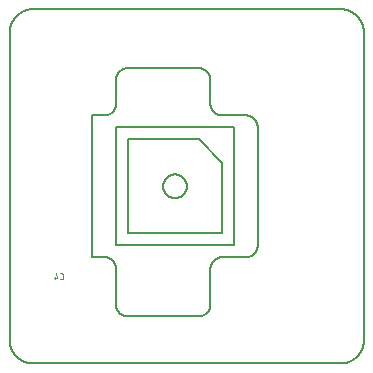
<source format=gbr>
G04 EAGLE Gerber RS-274X export*
G75*
%MOMM*%
%FSLAX34Y34*%
%LPD*%
%INSilkscreen Bottom*%
%IPPOS*%
%AMOC8*
5,1,8,0,0,1.08239X$1,22.5*%
G01*
%ADD10C,0.050800*%
%ADD11C,0.127000*%


D10*
X68633Y149008D02*
X69875Y149008D01*
X69945Y149010D01*
X70014Y149016D01*
X70083Y149026D01*
X70151Y149039D01*
X70219Y149057D01*
X70285Y149078D01*
X70350Y149103D01*
X70414Y149131D01*
X70476Y149163D01*
X70536Y149198D01*
X70594Y149237D01*
X70649Y149279D01*
X70703Y149324D01*
X70753Y149372D01*
X70801Y149422D01*
X70846Y149476D01*
X70888Y149531D01*
X70927Y149589D01*
X70962Y149649D01*
X70994Y149711D01*
X71022Y149775D01*
X71047Y149840D01*
X71068Y149906D01*
X71086Y149974D01*
X71099Y150042D01*
X71109Y150111D01*
X71115Y150180D01*
X71117Y150250D01*
X71117Y153354D01*
X71115Y153424D01*
X71109Y153493D01*
X71099Y153562D01*
X71086Y153630D01*
X71068Y153698D01*
X71047Y153764D01*
X71022Y153829D01*
X70994Y153893D01*
X70962Y153955D01*
X70927Y154015D01*
X70888Y154073D01*
X70846Y154128D01*
X70801Y154182D01*
X70753Y154232D01*
X70703Y154280D01*
X70649Y154325D01*
X70594Y154367D01*
X70536Y154406D01*
X70476Y154441D01*
X70414Y154473D01*
X70350Y154501D01*
X70285Y154526D01*
X70219Y154547D01*
X70151Y154565D01*
X70083Y154578D01*
X70014Y154588D01*
X69945Y154594D01*
X69875Y154596D01*
X68633Y154596D01*
X65287Y154596D02*
X66528Y150250D01*
X63424Y150250D01*
X64355Y151492D02*
X64355Y149008D01*
D11*
X46200Y78000D02*
X306200Y78000D01*
X326200Y98000D02*
X326200Y358000D01*
X306200Y378000D02*
X46200Y378000D01*
X26200Y358000D02*
X26200Y98000D01*
X26206Y97517D01*
X26223Y97034D01*
X26253Y96551D01*
X26293Y96070D01*
X26346Y95589D01*
X26410Y95110D01*
X26485Y94633D01*
X26573Y94157D01*
X26671Y93684D01*
X26781Y93214D01*
X26902Y92746D01*
X27035Y92281D01*
X27179Y91820D01*
X27334Y91362D01*
X27500Y90908D01*
X27677Y90458D01*
X27864Y90013D01*
X28063Y89572D01*
X28271Y89136D01*
X28491Y88706D01*
X28721Y88280D01*
X28961Y87861D01*
X29211Y87447D01*
X29471Y87040D01*
X29740Y86639D01*
X30020Y86244D01*
X30308Y85857D01*
X30607Y85476D01*
X30914Y85103D01*
X31230Y84738D01*
X31555Y84380D01*
X31888Y84030D01*
X32230Y83688D01*
X32580Y83355D01*
X32938Y83030D01*
X33303Y82714D01*
X33676Y82407D01*
X34057Y82108D01*
X34444Y81820D01*
X34839Y81540D01*
X35240Y81271D01*
X35647Y81011D01*
X36061Y80761D01*
X36480Y80521D01*
X36906Y80291D01*
X37336Y80071D01*
X37772Y79863D01*
X38213Y79664D01*
X38658Y79477D01*
X39108Y79300D01*
X39562Y79134D01*
X40020Y78979D01*
X40481Y78835D01*
X40946Y78702D01*
X41414Y78581D01*
X41884Y78471D01*
X42357Y78373D01*
X42833Y78285D01*
X43310Y78210D01*
X43789Y78146D01*
X44270Y78093D01*
X44751Y78053D01*
X45234Y78023D01*
X45717Y78006D01*
X46200Y78000D01*
X306200Y78000D02*
X306683Y78006D01*
X307166Y78023D01*
X307649Y78053D01*
X308130Y78093D01*
X308611Y78146D01*
X309090Y78210D01*
X309567Y78285D01*
X310043Y78373D01*
X310516Y78471D01*
X310986Y78581D01*
X311454Y78702D01*
X311919Y78835D01*
X312380Y78979D01*
X312838Y79134D01*
X313292Y79300D01*
X313742Y79477D01*
X314187Y79664D01*
X314628Y79863D01*
X315064Y80071D01*
X315494Y80291D01*
X315920Y80521D01*
X316339Y80761D01*
X316753Y81011D01*
X317160Y81271D01*
X317561Y81540D01*
X317956Y81820D01*
X318343Y82108D01*
X318724Y82407D01*
X319097Y82714D01*
X319462Y83030D01*
X319820Y83355D01*
X320170Y83688D01*
X320512Y84030D01*
X320845Y84380D01*
X321170Y84738D01*
X321486Y85103D01*
X321793Y85476D01*
X322092Y85857D01*
X322380Y86244D01*
X322660Y86639D01*
X322929Y87040D01*
X323189Y87447D01*
X323439Y87861D01*
X323679Y88280D01*
X323909Y88706D01*
X324129Y89136D01*
X324337Y89572D01*
X324536Y90013D01*
X324723Y90458D01*
X324900Y90908D01*
X325066Y91362D01*
X325221Y91820D01*
X325365Y92281D01*
X325498Y92746D01*
X325619Y93214D01*
X325729Y93684D01*
X325827Y94157D01*
X325915Y94633D01*
X325990Y95110D01*
X326054Y95589D01*
X326107Y96070D01*
X326147Y96551D01*
X326177Y97034D01*
X326194Y97517D01*
X326200Y98000D01*
X326200Y358000D02*
X326194Y358483D01*
X326177Y358966D01*
X326147Y359449D01*
X326107Y359930D01*
X326054Y360411D01*
X325990Y360890D01*
X325915Y361367D01*
X325827Y361843D01*
X325729Y362316D01*
X325619Y362786D01*
X325498Y363254D01*
X325365Y363719D01*
X325221Y364180D01*
X325066Y364638D01*
X324900Y365092D01*
X324723Y365542D01*
X324536Y365987D01*
X324337Y366428D01*
X324129Y366864D01*
X323909Y367294D01*
X323679Y367720D01*
X323439Y368139D01*
X323189Y368553D01*
X322929Y368960D01*
X322660Y369361D01*
X322380Y369756D01*
X322092Y370143D01*
X321793Y370524D01*
X321486Y370897D01*
X321170Y371262D01*
X320845Y371620D01*
X320512Y371970D01*
X320170Y372312D01*
X319820Y372645D01*
X319462Y372970D01*
X319097Y373286D01*
X318724Y373593D01*
X318343Y373892D01*
X317956Y374180D01*
X317561Y374460D01*
X317160Y374729D01*
X316753Y374989D01*
X316339Y375239D01*
X315920Y375479D01*
X315494Y375709D01*
X315064Y375929D01*
X314628Y376137D01*
X314187Y376336D01*
X313742Y376523D01*
X313292Y376700D01*
X312838Y376866D01*
X312380Y377021D01*
X311919Y377165D01*
X311454Y377298D01*
X310986Y377419D01*
X310516Y377529D01*
X310043Y377627D01*
X309567Y377715D01*
X309090Y377790D01*
X308611Y377854D01*
X308130Y377907D01*
X307649Y377947D01*
X307166Y377977D01*
X306683Y377994D01*
X306200Y378000D01*
X46200Y378000D02*
X45717Y377994D01*
X45234Y377977D01*
X44751Y377947D01*
X44270Y377907D01*
X43789Y377854D01*
X43310Y377790D01*
X42833Y377715D01*
X42357Y377627D01*
X41884Y377529D01*
X41414Y377419D01*
X40946Y377298D01*
X40481Y377165D01*
X40020Y377021D01*
X39562Y376866D01*
X39108Y376700D01*
X38658Y376523D01*
X38213Y376336D01*
X37772Y376137D01*
X37336Y375929D01*
X36906Y375709D01*
X36480Y375479D01*
X36061Y375239D01*
X35647Y374989D01*
X35240Y374729D01*
X34839Y374460D01*
X34444Y374180D01*
X34057Y373892D01*
X33676Y373593D01*
X33303Y373286D01*
X32938Y372970D01*
X32580Y372645D01*
X32230Y372312D01*
X31888Y371970D01*
X31555Y371620D01*
X31230Y371262D01*
X30914Y370897D01*
X30607Y370524D01*
X30308Y370143D01*
X30020Y369756D01*
X29740Y369361D01*
X29471Y368960D01*
X29211Y368553D01*
X28961Y368139D01*
X28721Y367720D01*
X28491Y367294D01*
X28271Y366864D01*
X28063Y366428D01*
X27864Y365987D01*
X27677Y365542D01*
X27500Y365092D01*
X27334Y364638D01*
X27179Y364180D01*
X27035Y363719D01*
X26902Y363254D01*
X26781Y362786D01*
X26671Y362316D01*
X26573Y361843D01*
X26485Y361367D01*
X26410Y360890D01*
X26346Y360411D01*
X26293Y359930D01*
X26253Y359449D01*
X26223Y358966D01*
X26206Y358483D01*
X26200Y358000D01*
X116200Y178000D02*
X216200Y178000D01*
X216200Y278000D01*
X116200Y278000D01*
X116200Y178000D01*
X96200Y168000D02*
X96200Y288000D01*
X106200Y288000D01*
X106442Y288003D01*
X106683Y288012D01*
X106924Y288026D01*
X107165Y288047D01*
X107405Y288073D01*
X107645Y288105D01*
X107884Y288143D01*
X108121Y288186D01*
X108358Y288236D01*
X108593Y288291D01*
X108827Y288351D01*
X109059Y288418D01*
X109290Y288489D01*
X109519Y288567D01*
X109746Y288650D01*
X109971Y288738D01*
X110194Y288832D01*
X110414Y288931D01*
X110632Y289036D01*
X110847Y289145D01*
X111060Y289260D01*
X111270Y289380D01*
X111476Y289505D01*
X111680Y289635D01*
X111881Y289770D01*
X112078Y289910D01*
X112272Y290054D01*
X112462Y290203D01*
X112648Y290357D01*
X112831Y290515D01*
X113010Y290677D01*
X113185Y290844D01*
X113356Y291015D01*
X113523Y291190D01*
X113685Y291369D01*
X113843Y291552D01*
X113997Y291738D01*
X114146Y291928D01*
X114290Y292122D01*
X114430Y292319D01*
X114565Y292520D01*
X114695Y292724D01*
X114820Y292930D01*
X114940Y293140D01*
X115055Y293353D01*
X115164Y293568D01*
X115269Y293786D01*
X115368Y294006D01*
X115462Y294229D01*
X115550Y294454D01*
X115633Y294681D01*
X115711Y294910D01*
X115782Y295141D01*
X115849Y295373D01*
X115909Y295607D01*
X115964Y295842D01*
X116014Y296079D01*
X116057Y296316D01*
X116095Y296555D01*
X116127Y296795D01*
X116153Y297035D01*
X116174Y297276D01*
X116188Y297517D01*
X116197Y297758D01*
X116200Y298000D01*
X116200Y318000D01*
X116203Y318242D01*
X116212Y318483D01*
X116226Y318724D01*
X116247Y318965D01*
X116273Y319205D01*
X116305Y319445D01*
X116343Y319684D01*
X116386Y319921D01*
X116436Y320158D01*
X116491Y320393D01*
X116551Y320627D01*
X116618Y320859D01*
X116689Y321090D01*
X116767Y321319D01*
X116850Y321546D01*
X116938Y321771D01*
X117032Y321994D01*
X117131Y322214D01*
X117236Y322432D01*
X117345Y322647D01*
X117460Y322860D01*
X117580Y323070D01*
X117705Y323276D01*
X117835Y323480D01*
X117970Y323681D01*
X118110Y323878D01*
X118254Y324072D01*
X118403Y324262D01*
X118557Y324448D01*
X118715Y324631D01*
X118877Y324810D01*
X119044Y324985D01*
X119215Y325156D01*
X119390Y325323D01*
X119569Y325485D01*
X119752Y325643D01*
X119938Y325797D01*
X120128Y325946D01*
X120322Y326090D01*
X120519Y326230D01*
X120720Y326365D01*
X120924Y326495D01*
X121130Y326620D01*
X121340Y326740D01*
X121553Y326855D01*
X121768Y326964D01*
X121986Y327069D01*
X122206Y327168D01*
X122429Y327262D01*
X122654Y327350D01*
X122881Y327433D01*
X123110Y327511D01*
X123341Y327582D01*
X123573Y327649D01*
X123807Y327709D01*
X124042Y327764D01*
X124279Y327814D01*
X124516Y327857D01*
X124755Y327895D01*
X124995Y327927D01*
X125235Y327953D01*
X125476Y327974D01*
X125717Y327988D01*
X125958Y327997D01*
X126200Y328000D01*
X186200Y328000D01*
X186442Y327997D01*
X186683Y327988D01*
X186924Y327974D01*
X187165Y327953D01*
X187405Y327927D01*
X187645Y327895D01*
X187884Y327857D01*
X188121Y327814D01*
X188358Y327764D01*
X188593Y327709D01*
X188827Y327649D01*
X189059Y327582D01*
X189290Y327511D01*
X189519Y327433D01*
X189746Y327350D01*
X189971Y327262D01*
X190194Y327168D01*
X190414Y327069D01*
X190632Y326964D01*
X190847Y326855D01*
X191060Y326740D01*
X191270Y326620D01*
X191476Y326495D01*
X191680Y326365D01*
X191881Y326230D01*
X192078Y326090D01*
X192272Y325946D01*
X192462Y325797D01*
X192648Y325643D01*
X192831Y325485D01*
X193010Y325323D01*
X193185Y325156D01*
X193356Y324985D01*
X193523Y324810D01*
X193685Y324631D01*
X193843Y324448D01*
X193997Y324262D01*
X194146Y324072D01*
X194290Y323878D01*
X194430Y323681D01*
X194565Y323480D01*
X194695Y323276D01*
X194820Y323070D01*
X194940Y322860D01*
X195055Y322647D01*
X195164Y322432D01*
X195269Y322214D01*
X195368Y321994D01*
X195462Y321771D01*
X195550Y321546D01*
X195633Y321319D01*
X195711Y321090D01*
X195782Y320859D01*
X195849Y320627D01*
X195909Y320393D01*
X195964Y320158D01*
X196014Y319921D01*
X196057Y319684D01*
X196095Y319445D01*
X196127Y319205D01*
X196153Y318965D01*
X196174Y318724D01*
X196188Y318483D01*
X196197Y318242D01*
X196200Y318000D01*
X196200Y298000D01*
X196203Y297758D01*
X196212Y297517D01*
X196226Y297276D01*
X196247Y297035D01*
X196273Y296795D01*
X196305Y296555D01*
X196343Y296316D01*
X196386Y296079D01*
X196436Y295842D01*
X196491Y295607D01*
X196551Y295373D01*
X196618Y295141D01*
X196689Y294910D01*
X196767Y294681D01*
X196850Y294454D01*
X196938Y294229D01*
X197032Y294006D01*
X197131Y293786D01*
X197236Y293568D01*
X197345Y293353D01*
X197460Y293140D01*
X197580Y292930D01*
X197705Y292724D01*
X197835Y292520D01*
X197970Y292319D01*
X198110Y292122D01*
X198254Y291928D01*
X198403Y291738D01*
X198557Y291552D01*
X198715Y291369D01*
X198877Y291190D01*
X199044Y291015D01*
X199215Y290844D01*
X199390Y290677D01*
X199569Y290515D01*
X199752Y290357D01*
X199938Y290203D01*
X200128Y290054D01*
X200322Y289910D01*
X200519Y289770D01*
X200720Y289635D01*
X200924Y289505D01*
X201130Y289380D01*
X201340Y289260D01*
X201553Y289145D01*
X201768Y289036D01*
X201986Y288931D01*
X202206Y288832D01*
X202429Y288738D01*
X202654Y288650D01*
X202881Y288567D01*
X203110Y288489D01*
X203341Y288418D01*
X203573Y288351D01*
X203807Y288291D01*
X204042Y288236D01*
X204279Y288186D01*
X204516Y288143D01*
X204755Y288105D01*
X204995Y288073D01*
X205235Y288047D01*
X205476Y288026D01*
X205717Y288012D01*
X205958Y288003D01*
X206200Y288000D01*
X226200Y288000D01*
X226442Y287997D01*
X226683Y287988D01*
X226924Y287974D01*
X227165Y287953D01*
X227405Y287927D01*
X227645Y287895D01*
X227884Y287857D01*
X228121Y287814D01*
X228358Y287764D01*
X228593Y287709D01*
X228827Y287649D01*
X229059Y287582D01*
X229290Y287511D01*
X229519Y287433D01*
X229746Y287350D01*
X229971Y287262D01*
X230194Y287168D01*
X230414Y287069D01*
X230632Y286964D01*
X230847Y286855D01*
X231060Y286740D01*
X231270Y286620D01*
X231476Y286495D01*
X231680Y286365D01*
X231881Y286230D01*
X232078Y286090D01*
X232272Y285946D01*
X232462Y285797D01*
X232648Y285643D01*
X232831Y285485D01*
X233010Y285323D01*
X233185Y285156D01*
X233356Y284985D01*
X233523Y284810D01*
X233685Y284631D01*
X233843Y284448D01*
X233997Y284262D01*
X234146Y284072D01*
X234290Y283878D01*
X234430Y283681D01*
X234565Y283480D01*
X234695Y283276D01*
X234820Y283070D01*
X234940Y282860D01*
X235055Y282647D01*
X235164Y282432D01*
X235269Y282214D01*
X235368Y281994D01*
X235462Y281771D01*
X235550Y281546D01*
X235633Y281319D01*
X235711Y281090D01*
X235782Y280859D01*
X235849Y280627D01*
X235909Y280393D01*
X235964Y280158D01*
X236014Y279921D01*
X236057Y279684D01*
X236095Y279445D01*
X236127Y279205D01*
X236153Y278965D01*
X236174Y278724D01*
X236188Y278483D01*
X236197Y278242D01*
X236200Y278000D01*
X236200Y178000D01*
X236197Y177758D01*
X236188Y177517D01*
X236174Y177276D01*
X236153Y177035D01*
X236127Y176795D01*
X236095Y176555D01*
X236057Y176316D01*
X236014Y176079D01*
X235964Y175842D01*
X235909Y175607D01*
X235849Y175373D01*
X235782Y175141D01*
X235711Y174910D01*
X235633Y174681D01*
X235550Y174454D01*
X235462Y174229D01*
X235368Y174006D01*
X235269Y173786D01*
X235164Y173568D01*
X235055Y173353D01*
X234940Y173140D01*
X234820Y172930D01*
X234695Y172724D01*
X234565Y172520D01*
X234430Y172319D01*
X234290Y172122D01*
X234146Y171928D01*
X233997Y171738D01*
X233843Y171552D01*
X233685Y171369D01*
X233523Y171190D01*
X233356Y171015D01*
X233185Y170844D01*
X233010Y170677D01*
X232831Y170515D01*
X232648Y170357D01*
X232462Y170203D01*
X232272Y170054D01*
X232078Y169910D01*
X231881Y169770D01*
X231680Y169635D01*
X231476Y169505D01*
X231270Y169380D01*
X231060Y169260D01*
X230847Y169145D01*
X230632Y169036D01*
X230414Y168931D01*
X230194Y168832D01*
X229971Y168738D01*
X229746Y168650D01*
X229519Y168567D01*
X229290Y168489D01*
X229059Y168418D01*
X228827Y168351D01*
X228593Y168291D01*
X228358Y168236D01*
X228121Y168186D01*
X227884Y168143D01*
X227645Y168105D01*
X227405Y168073D01*
X227165Y168047D01*
X226924Y168026D01*
X226683Y168012D01*
X226442Y168003D01*
X226200Y168000D01*
X206200Y168000D01*
X205958Y167997D01*
X205717Y167988D01*
X205476Y167974D01*
X205235Y167953D01*
X204995Y167927D01*
X204755Y167895D01*
X204516Y167857D01*
X204279Y167814D01*
X204042Y167764D01*
X203807Y167709D01*
X203573Y167649D01*
X203341Y167582D01*
X203110Y167511D01*
X202881Y167433D01*
X202654Y167350D01*
X202429Y167262D01*
X202206Y167168D01*
X201986Y167069D01*
X201768Y166964D01*
X201553Y166855D01*
X201340Y166740D01*
X201130Y166620D01*
X200924Y166495D01*
X200720Y166365D01*
X200519Y166230D01*
X200322Y166090D01*
X200128Y165946D01*
X199938Y165797D01*
X199752Y165643D01*
X199569Y165485D01*
X199390Y165323D01*
X199215Y165156D01*
X199044Y164985D01*
X198877Y164810D01*
X198715Y164631D01*
X198557Y164448D01*
X198403Y164262D01*
X198254Y164072D01*
X198110Y163878D01*
X197970Y163681D01*
X197835Y163480D01*
X197705Y163276D01*
X197580Y163070D01*
X197460Y162860D01*
X197345Y162647D01*
X197236Y162432D01*
X197131Y162214D01*
X197032Y161994D01*
X196938Y161771D01*
X196850Y161546D01*
X196767Y161319D01*
X196689Y161090D01*
X196618Y160859D01*
X196551Y160627D01*
X196491Y160393D01*
X196436Y160158D01*
X196386Y159921D01*
X196343Y159684D01*
X196305Y159445D01*
X196273Y159205D01*
X196247Y158965D01*
X196226Y158724D01*
X196212Y158483D01*
X196203Y158242D01*
X196200Y158000D01*
X196200Y128000D01*
X196197Y127758D01*
X196188Y127517D01*
X196174Y127276D01*
X196153Y127035D01*
X196127Y126795D01*
X196095Y126555D01*
X196057Y126316D01*
X196014Y126079D01*
X195964Y125842D01*
X195909Y125607D01*
X195849Y125373D01*
X195782Y125141D01*
X195711Y124910D01*
X195633Y124681D01*
X195550Y124454D01*
X195462Y124229D01*
X195368Y124006D01*
X195269Y123786D01*
X195164Y123568D01*
X195055Y123353D01*
X194940Y123140D01*
X194820Y122930D01*
X194695Y122724D01*
X194565Y122520D01*
X194430Y122319D01*
X194290Y122122D01*
X194146Y121928D01*
X193997Y121738D01*
X193843Y121552D01*
X193685Y121369D01*
X193523Y121190D01*
X193356Y121015D01*
X193185Y120844D01*
X193010Y120677D01*
X192831Y120515D01*
X192648Y120357D01*
X192462Y120203D01*
X192272Y120054D01*
X192078Y119910D01*
X191881Y119770D01*
X191680Y119635D01*
X191476Y119505D01*
X191270Y119380D01*
X191060Y119260D01*
X190847Y119145D01*
X190632Y119036D01*
X190414Y118931D01*
X190194Y118832D01*
X189971Y118738D01*
X189746Y118650D01*
X189519Y118567D01*
X189290Y118489D01*
X189059Y118418D01*
X188827Y118351D01*
X188593Y118291D01*
X188358Y118236D01*
X188121Y118186D01*
X187884Y118143D01*
X187645Y118105D01*
X187405Y118073D01*
X187165Y118047D01*
X186924Y118026D01*
X186683Y118012D01*
X186442Y118003D01*
X186200Y118000D01*
X126200Y118000D01*
X125958Y118003D01*
X125717Y118012D01*
X125476Y118026D01*
X125235Y118047D01*
X124995Y118073D01*
X124755Y118105D01*
X124516Y118143D01*
X124279Y118186D01*
X124042Y118236D01*
X123807Y118291D01*
X123573Y118351D01*
X123341Y118418D01*
X123110Y118489D01*
X122881Y118567D01*
X122654Y118650D01*
X122429Y118738D01*
X122206Y118832D01*
X121986Y118931D01*
X121768Y119036D01*
X121553Y119145D01*
X121340Y119260D01*
X121130Y119380D01*
X120924Y119505D01*
X120720Y119635D01*
X120519Y119770D01*
X120322Y119910D01*
X120128Y120054D01*
X119938Y120203D01*
X119752Y120357D01*
X119569Y120515D01*
X119390Y120677D01*
X119215Y120844D01*
X119044Y121015D01*
X118877Y121190D01*
X118715Y121369D01*
X118557Y121552D01*
X118403Y121738D01*
X118254Y121928D01*
X118110Y122122D01*
X117970Y122319D01*
X117835Y122520D01*
X117705Y122724D01*
X117580Y122930D01*
X117460Y123140D01*
X117345Y123353D01*
X117236Y123568D01*
X117131Y123786D01*
X117032Y124006D01*
X116938Y124229D01*
X116850Y124454D01*
X116767Y124681D01*
X116689Y124910D01*
X116618Y125141D01*
X116551Y125373D01*
X116491Y125607D01*
X116436Y125842D01*
X116386Y126079D01*
X116343Y126316D01*
X116305Y126555D01*
X116273Y126795D01*
X116247Y127035D01*
X116226Y127276D01*
X116212Y127517D01*
X116203Y127758D01*
X116200Y128000D01*
X116200Y158000D01*
X116197Y158242D01*
X116188Y158483D01*
X116174Y158724D01*
X116153Y158965D01*
X116127Y159205D01*
X116095Y159445D01*
X116057Y159684D01*
X116014Y159921D01*
X115964Y160158D01*
X115909Y160393D01*
X115849Y160627D01*
X115782Y160859D01*
X115711Y161090D01*
X115633Y161319D01*
X115550Y161546D01*
X115462Y161771D01*
X115368Y161994D01*
X115269Y162214D01*
X115164Y162432D01*
X115055Y162647D01*
X114940Y162860D01*
X114820Y163070D01*
X114695Y163276D01*
X114565Y163480D01*
X114430Y163681D01*
X114290Y163878D01*
X114146Y164072D01*
X113997Y164262D01*
X113843Y164448D01*
X113685Y164631D01*
X113523Y164810D01*
X113356Y164985D01*
X113185Y165156D01*
X113010Y165323D01*
X112831Y165485D01*
X112648Y165643D01*
X112462Y165797D01*
X112272Y165946D01*
X112078Y166090D01*
X111881Y166230D01*
X111680Y166365D01*
X111476Y166495D01*
X111270Y166620D01*
X111060Y166740D01*
X110847Y166855D01*
X110632Y166964D01*
X110414Y167069D01*
X110194Y167168D01*
X109971Y167262D01*
X109746Y167350D01*
X109519Y167433D01*
X109290Y167511D01*
X109059Y167582D01*
X108827Y167649D01*
X108593Y167709D01*
X108358Y167764D01*
X108121Y167814D01*
X107884Y167857D01*
X107645Y167895D01*
X107405Y167927D01*
X107165Y167953D01*
X106924Y167974D01*
X106683Y167988D01*
X106442Y167997D01*
X106200Y168000D01*
X96200Y168000D01*
X126200Y188000D02*
X126200Y268000D01*
X186200Y268000D01*
X206200Y248000D01*
X206200Y188000D01*
X126200Y188000D01*
X156200Y228000D02*
X156203Y228245D01*
X156212Y228491D01*
X156227Y228736D01*
X156248Y228980D01*
X156275Y229224D01*
X156308Y229467D01*
X156347Y229710D01*
X156392Y229951D01*
X156443Y230191D01*
X156500Y230430D01*
X156562Y230667D01*
X156631Y230903D01*
X156705Y231137D01*
X156785Y231369D01*
X156870Y231599D01*
X156961Y231827D01*
X157058Y232052D01*
X157160Y232276D01*
X157268Y232496D01*
X157381Y232714D01*
X157499Y232929D01*
X157623Y233141D01*
X157751Y233350D01*
X157885Y233556D01*
X158024Y233758D01*
X158168Y233957D01*
X158317Y234152D01*
X158470Y234344D01*
X158628Y234532D01*
X158790Y234716D01*
X158958Y234895D01*
X159129Y235071D01*
X159305Y235242D01*
X159484Y235410D01*
X159668Y235572D01*
X159856Y235730D01*
X160048Y235883D01*
X160243Y236032D01*
X160442Y236176D01*
X160644Y236315D01*
X160850Y236449D01*
X161059Y236577D01*
X161271Y236701D01*
X161486Y236819D01*
X161704Y236932D01*
X161924Y237040D01*
X162148Y237142D01*
X162373Y237239D01*
X162601Y237330D01*
X162831Y237415D01*
X163063Y237495D01*
X163297Y237569D01*
X163533Y237638D01*
X163770Y237700D01*
X164009Y237757D01*
X164249Y237808D01*
X164490Y237853D01*
X164733Y237892D01*
X164976Y237925D01*
X165220Y237952D01*
X165464Y237973D01*
X165709Y237988D01*
X165955Y237997D01*
X166200Y238000D01*
X166445Y237997D01*
X166691Y237988D01*
X166936Y237973D01*
X167180Y237952D01*
X167424Y237925D01*
X167667Y237892D01*
X167910Y237853D01*
X168151Y237808D01*
X168391Y237757D01*
X168630Y237700D01*
X168867Y237638D01*
X169103Y237569D01*
X169337Y237495D01*
X169569Y237415D01*
X169799Y237330D01*
X170027Y237239D01*
X170252Y237142D01*
X170476Y237040D01*
X170696Y236932D01*
X170914Y236819D01*
X171129Y236701D01*
X171341Y236577D01*
X171550Y236449D01*
X171756Y236315D01*
X171958Y236176D01*
X172157Y236032D01*
X172352Y235883D01*
X172544Y235730D01*
X172732Y235572D01*
X172916Y235410D01*
X173095Y235242D01*
X173271Y235071D01*
X173442Y234895D01*
X173610Y234716D01*
X173772Y234532D01*
X173930Y234344D01*
X174083Y234152D01*
X174232Y233957D01*
X174376Y233758D01*
X174515Y233556D01*
X174649Y233350D01*
X174777Y233141D01*
X174901Y232929D01*
X175019Y232714D01*
X175132Y232496D01*
X175240Y232276D01*
X175342Y232052D01*
X175439Y231827D01*
X175530Y231599D01*
X175615Y231369D01*
X175695Y231137D01*
X175769Y230903D01*
X175838Y230667D01*
X175900Y230430D01*
X175957Y230191D01*
X176008Y229951D01*
X176053Y229710D01*
X176092Y229467D01*
X176125Y229224D01*
X176152Y228980D01*
X176173Y228736D01*
X176188Y228491D01*
X176197Y228245D01*
X176200Y228000D01*
X176197Y227755D01*
X176188Y227509D01*
X176173Y227264D01*
X176152Y227020D01*
X176125Y226776D01*
X176092Y226533D01*
X176053Y226290D01*
X176008Y226049D01*
X175957Y225809D01*
X175900Y225570D01*
X175838Y225333D01*
X175769Y225097D01*
X175695Y224863D01*
X175615Y224631D01*
X175530Y224401D01*
X175439Y224173D01*
X175342Y223948D01*
X175240Y223724D01*
X175132Y223504D01*
X175019Y223286D01*
X174901Y223071D01*
X174777Y222859D01*
X174649Y222650D01*
X174515Y222444D01*
X174376Y222242D01*
X174232Y222043D01*
X174083Y221848D01*
X173930Y221656D01*
X173772Y221468D01*
X173610Y221284D01*
X173442Y221105D01*
X173271Y220929D01*
X173095Y220758D01*
X172916Y220590D01*
X172732Y220428D01*
X172544Y220270D01*
X172352Y220117D01*
X172157Y219968D01*
X171958Y219824D01*
X171756Y219685D01*
X171550Y219551D01*
X171341Y219423D01*
X171129Y219299D01*
X170914Y219181D01*
X170696Y219068D01*
X170476Y218960D01*
X170252Y218858D01*
X170027Y218761D01*
X169799Y218670D01*
X169569Y218585D01*
X169337Y218505D01*
X169103Y218431D01*
X168867Y218362D01*
X168630Y218300D01*
X168391Y218243D01*
X168151Y218192D01*
X167910Y218147D01*
X167667Y218108D01*
X167424Y218075D01*
X167180Y218048D01*
X166936Y218027D01*
X166691Y218012D01*
X166445Y218003D01*
X166200Y218000D01*
X165955Y218003D01*
X165709Y218012D01*
X165464Y218027D01*
X165220Y218048D01*
X164976Y218075D01*
X164733Y218108D01*
X164490Y218147D01*
X164249Y218192D01*
X164009Y218243D01*
X163770Y218300D01*
X163533Y218362D01*
X163297Y218431D01*
X163063Y218505D01*
X162831Y218585D01*
X162601Y218670D01*
X162373Y218761D01*
X162148Y218858D01*
X161924Y218960D01*
X161704Y219068D01*
X161486Y219181D01*
X161271Y219299D01*
X161059Y219423D01*
X160850Y219551D01*
X160644Y219685D01*
X160442Y219824D01*
X160243Y219968D01*
X160048Y220117D01*
X159856Y220270D01*
X159668Y220428D01*
X159484Y220590D01*
X159305Y220758D01*
X159129Y220929D01*
X158958Y221105D01*
X158790Y221284D01*
X158628Y221468D01*
X158470Y221656D01*
X158317Y221848D01*
X158168Y222043D01*
X158024Y222242D01*
X157885Y222444D01*
X157751Y222650D01*
X157623Y222859D01*
X157499Y223071D01*
X157381Y223286D01*
X157268Y223504D01*
X157160Y223724D01*
X157058Y223948D01*
X156961Y224173D01*
X156870Y224401D01*
X156785Y224631D01*
X156705Y224863D01*
X156631Y225097D01*
X156562Y225333D01*
X156500Y225570D01*
X156443Y225809D01*
X156392Y226049D01*
X156347Y226290D01*
X156308Y226533D01*
X156275Y226776D01*
X156248Y227020D01*
X156227Y227264D01*
X156212Y227509D01*
X156203Y227755D01*
X156200Y228000D01*
M02*

</source>
